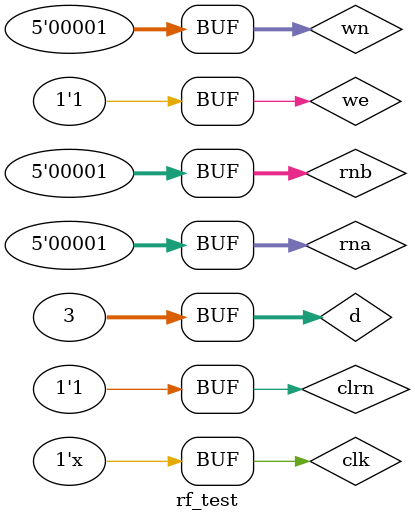
<source format=v>
`timescale 1ns / 1ps


module rf_test;

	// Inputs
	reg [4:0] rna;
	reg [4:0] rnb;
	reg [31:0] d;
	reg [4:0] wn;
	reg we;
	reg clk;
	reg clrn;

	// Outputs
	wire [31:0] qa;
	wire [31:0] qb;

	// Instantiate the Unit Under Test (UUT)
	regfile uut (
		.rna(rna), 
		.rnb(rnb), 
		.d(d), 
		.wn(wn), 
		.we(we), 
		.clk(clk), 
		.clrn(clrn), 
		.qa(qa), 
		.qb(qb)
	);

	always #50 clk = ~clk;
	initial begin
		// Initialize Inputs
		rna = 0;
		rnb = 0;
		d = 0;
		wn = 0;
		we = 0;
		clk = 1;
		clrn = 1;

		// Wait 100 ns for global reset to finish
		#100;
		
		rna = 5'b00001;
		rnb = 5'b00001;
		d = 1;
		wn = 5'b00001;
		we = 1;
		
		#100;
		rna = 5'b00001;
		rnb = 5'b00001;
		d = 2;
		wn = 5'b00001;
		we = 1;
		
		#100;
		rna = 5'b00001;
		rnb = 5'b00001;
		d = 3;
		wn = 5'b00001;
		we = 1;
        
		// Add stimulus here

	end
      
endmodule


</source>
